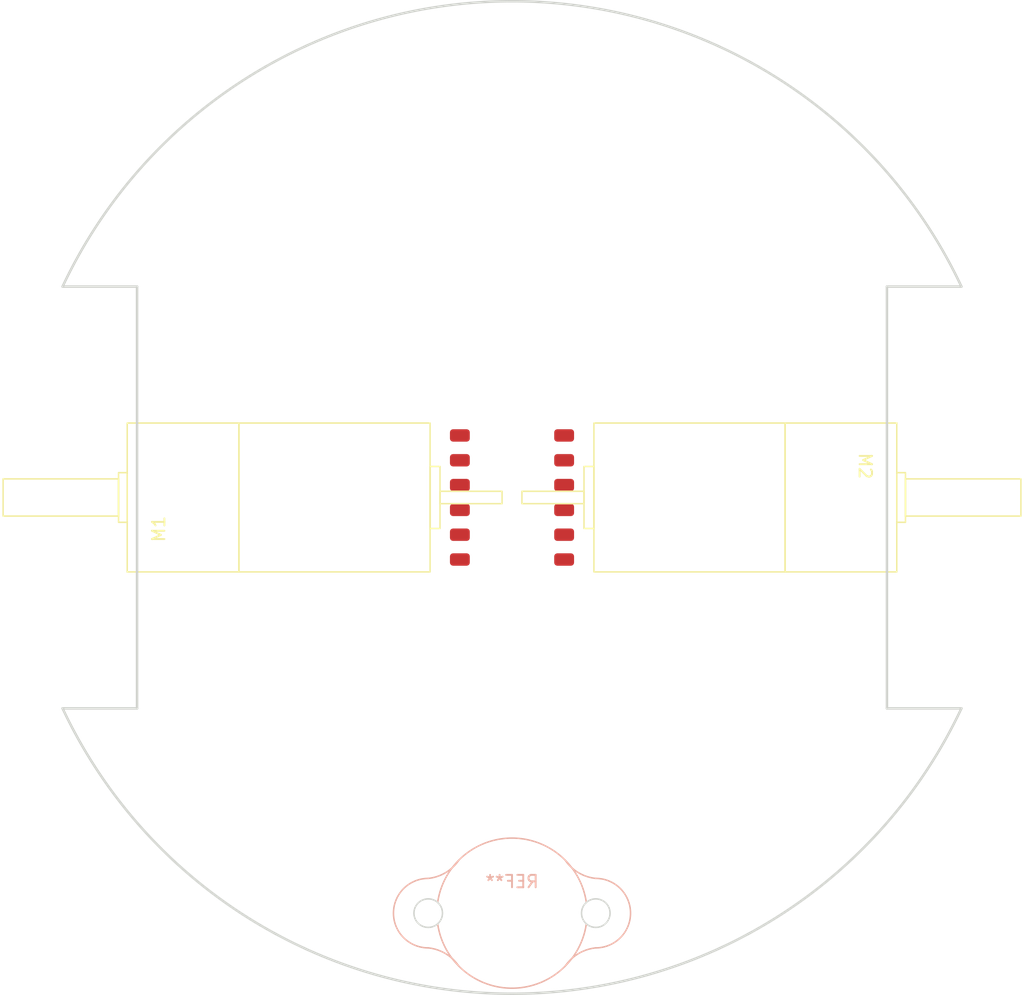
<source format=kicad_pcb>
(kicad_pcb (version 20221018) (generator pcbnew)
  (layers (0 "F.Cu" signal) (31 "B.Cu" signal) (34 "B.Paste" user) (35 "F.Paste" user) (36 "B.SilkS" user "B.Silkscreen") (37 "F.SilkS" user "F.Silkscreen") (38 "B.Mask" user) (39 "F.Mask" user) (44 "Edge.Cuts" user))
  (net 0 "")
  (net 1 "GND")
  (net 2 "Net-(M1-A)")
  (net 3 "VCC")
  (net 6 "Net-(M2-A)")
  (footprint "pololu:N20_EXTENDED_SHAFT" (layer "F.Cu") (at 19 60 90)
    (fp_text reference "M1" (at -2.54 12.54 90 unlocked) (layer "F.SilkS"))
    (fp_text value "N20_MOTOR_EXTENDED_SHAFT")
    (fp_rect (start -6 10) (end 6 19) (stroke (width 0.12)) (fill none) (layer "F.SilkS"))
    (fp_rect (start -6 19) (end 6 34.4) (stroke (width 0.12)) (fill none) (layer "F.SilkS"))
    (fp_rect (start -2.5 34.4) (end 2.5 35.2) (stroke (width 0.12)) (fill none) (layer "F.SilkS"))
    (fp_rect (start -2 10) (end 2 9.3) (stroke (width 0.12)) (fill none) (layer "F.SilkS"))
    (fp_rect (start -1.5 9.3) (end 1.5 0) (stroke (width 0.12)) (fill none) (layer "F.SilkS"))
    (fp_rect (start -0.5 35.2) (end 0.5 40.2) (stroke (width 0.12)) (fill none) (layer "F.SilkS"))
    (pad "1" smd roundrect (at -5 36.8 90) (size 1 1.6) (layers "F.Cu" "F.Paste" "F.Mask") (net 1 "GND"))
    (pad "2" smd roundrect (at -3 36.8 90) (size 1 1.6) (layers "F.Cu" "F.Paste" "F.Mask") (net 2 "Net-(M1-A)"))
    (pad "3" smd roundrect (at -1 36.8 90) (size 1 1.6) (layers "F.Cu" "F.Paste" "F.Mask") (net 2 "Net-(M1-A)"))
    (pad "4" smd roundrect (at 1 36.8 90) (size 1 1.6) (layers "F.Cu" "F.Paste" "F.Mask") (net 3 "VCC"))
    (pad "5" smd roundrect (at 3 36.8 90) (size 1 1.6) (layers "F.Cu" "F.Paste" "F.Mask"))
    (pad "6" smd roundrect (at 5 36.8 90) (size 1 1.6) (layers "F.Cu" "F.Paste" "F.Mask"))
  )
  (footprint "pololu:N20_EXTENDED_SHAFT" (layer "F.Cu") (at 101 60 -90)
    (fp_text reference "M2" (at -2.54 12.54 -90 unlocked) (layer "F.SilkS"))
    (fp_text value "N20_MOTOR_EXTENDED_SHAFT")
    (fp_rect (start -6 10) (end 6 19) (stroke (width 0.12)) (fill none) (layer "F.SilkS"))
    (fp_rect (start -6 19) (end 6 34.4) (stroke (width 0.12)) (fill none) (layer "F.SilkS"))
    (fp_rect (start -2.5 34.4) (end 2.5 35.2) (stroke (width 0.12)) (fill none) (layer "F.SilkS"))
    (fp_rect (start -2 10) (end 2 9.3) (stroke (width 0.12)) (fill none) (layer "F.SilkS"))
    (fp_rect (start -1.5 9.3) (end 1.5 0) (stroke (width 0.12)) (fill none) (layer "F.SilkS"))
    (fp_rect (start -0.5 35.2) (end 0.5 40.2) (stroke (width 0.12)) (fill none) (layer "F.SilkS"))
    (pad "1" smd roundrect (at -5 36.8 270) (size 1 1.6) (layers "F.Cu" "F.Paste" "F.Mask") (net 1 "GND"))
    (pad "2" smd roundrect (at -3 36.8 270) (size 1 1.6) (layers "F.Cu" "F.Paste" "F.Mask") (net 6 "Net-(M2-A)"))
    (pad "3" smd roundrect (at -1 36.8 270) (size 1 1.6) (layers "F.Cu" "F.Paste" "F.Mask") (net 6 "Net-(M2-A)"))
    (pad "4" smd roundrect (at 1 36.8 270) (size 1 1.6) (layers "F.Cu" "F.Paste" "F.Mask") (net 3 "VCC"))
    (pad "5" smd roundrect (at 3 36.8 270) (size 1 1.6) (layers "F.Cu" "F.Paste" "F.Mask"))
    (pad "6" smd roundrect (at 5 36.8 270) (size 1 1.6) (layers "F.Cu" "F.Paste" "F.Mask"))
  )
  (footprint "pololu:BALL_CASTER_3_8" (layer "B.Cu") (at 60.000011 93.505 180)
    (fp_text reference "REF**" (at 0 2.54 unlocked) (layer "B.SilkS") (effects (justify mirror)))
    (fp_text value "BALL_CASTER_3_8")
    (fp_arc (start -6.75 2.8) (mid -9.550001 0) (end -6.75 -2.8) (stroke (width 0.12)) (layer "B.SilkS"))
    (fp_arc (start -6.75 2.8) (mid -5.350167 3.264983) (end -4.277997 4.277996) (stroke (width 0.12)) (layer "B.SilkS"))
    (fp_arc (start -5.988332 -0.861605) (mid 0 -6.049999) (end 5.988332 -0.861605) (stroke (width 0.12)) (layer "B.SilkS"))
    (fp_arc (start -4.277996 -4.277996) (mid -5.350166 -3.264983) (end -6.75 -2.8) (stroke (width 0.12)) (layer "B.SilkS"))
    (fp_arc (start 4.277996 4.277996) (mid 5.350166 3.264984) (end 6.75 2.8) (stroke (width 0.12)) (layer "B.SilkS"))
    (fp_arc (start 5.988332 0.861605) (mid 0 6.049999) (end -5.988332 0.861605) (stroke (width 0.12)) (layer "B.SilkS"))
    (fp_arc (start 6.75 -2.8) (mid 5.350168 -3.264985) (end 4.277997 -4.277996) (stroke (width 0.12)) (layer "B.SilkS"))
    (fp_arc (start 6.75 -2.8) (mid 9.55 0) (end 6.75 2.8) (stroke (width 0.12)) (layer "B.SilkS"))
    (fp_circle (center -6.75 0) (end -5.6 0) (stroke (width 0.12)) (fill none) (layer "Edge.Cuts"))
    (fp_circle (center 6.75 0) (end 7.9 0) (stroke (width 0.12)) (fill none) (layer "Edge.Cuts"))
  )
  (gr_line (start 90.2077 43) (end 96.2077 43) (stroke (width 0.2)) (layer "Edge.Cuts"))
  (gr_line (start 29.7923 77) (end 23.7923 77) (stroke (width 0.2)) (layer "Edge.Cuts"))
  (gr_line (start 90.2077 77) (end 90.2077 43) (stroke (width 0.2)) (layer "Edge.Cuts"))
  (gr_arc (start 96.207723 77.000023) (mid 60.000105 100) (end 23.792366 77.000213) (stroke (width 0.2)) (layer "Edge.Cuts"))
  (gr_arc (start 23.792366 42.999787) (mid 60.000105 20) (end 96.207723 42.999977) (stroke (width 0.2)) (layer "Edge.Cuts"))
  (gr_line (start 23.7923 43) (end 29.7923 43) (stroke (width 0.2)) (layer "Edge.Cuts"))
  (gr_line (start 96.2077 77) (end 90.2077 77) (stroke (width 0.2)) (layer "Edge.Cuts"))
  (gr_line (start 29.7923 43) (end 29.7923 77) (stroke (width 0.2)) (layer "Edge.Cuts"))
)
</source>
